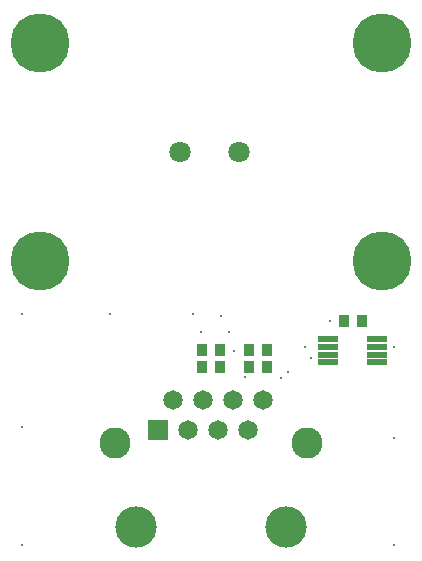
<source format=gts>
G04*
G04 #@! TF.GenerationSoftware,Altium Limited,Altium Designer,24.5.1 (21)*
G04*
G04 Layer_Color=8388736*
%FSLAX25Y25*%
%MOIN*%
G70*
G04*
G04 #@! TF.SameCoordinates,40B6127D-9DCA-48F2-A9B9-7EA9BB6FB6DE*
G04*
G04*
G04 #@! TF.FilePolarity,Negative*
G04*
G01*
G75*
%ADD19R,0.06535X0.02008*%
%ADD20R,0.03800X0.04200*%
%ADD21R,0.03200X0.04200*%
%ADD22C,0.13792*%
%ADD23C,0.10367*%
%ADD24R,0.06501X0.06501*%
%ADD25C,0.06501*%
%ADD26C,0.19698*%
%ADD27C,0.07099*%
%ADD28C,0.01181*%
D19*
X107972Y74311D02*
D03*
Y71752D02*
D03*
Y69193D02*
D03*
Y66634D02*
D03*
X124311Y74311D02*
D03*
Y71752D02*
D03*
Y69193D02*
D03*
Y66634D02*
D03*
D20*
X113142Y80315D02*
D03*
X119142D02*
D03*
D21*
X81646Y64961D02*
D03*
X87646D02*
D03*
X81646Y70866D02*
D03*
X87646D02*
D03*
X65898Y64961D02*
D03*
X71898D02*
D03*
X65898Y70866D02*
D03*
X71898D02*
D03*
D22*
X43898Y11811D02*
D03*
X93898D02*
D03*
D23*
X36890Y39803D02*
D03*
X100906D02*
D03*
D24*
X51398Y44291D02*
D03*
D25*
X56398Y54291D02*
D03*
X61398Y44291D02*
D03*
X66398Y54291D02*
D03*
X71398Y44291D02*
D03*
X76398Y54291D02*
D03*
X81398Y44291D02*
D03*
X86398Y54291D02*
D03*
D26*
X11811Y173228D02*
D03*
X125984D02*
D03*
X11811Y100394D02*
D03*
X125984D02*
D03*
D27*
X58661Y136811D02*
D03*
X78347D02*
D03*
D28*
X129921Y41339D02*
D03*
X5906Y45276D02*
D03*
X129921Y5906D02*
D03*
X5906D02*
D03*
Y82677D02*
D03*
X35433D02*
D03*
X62992D02*
D03*
X108661Y80315D02*
D03*
X129921Y71653D02*
D03*
X102362Y68110D02*
D03*
X74803Y76772D02*
D03*
X92126Y61417D02*
D03*
X94488Y63583D02*
D03*
X100394Y71653D02*
D03*
X72441Y82284D02*
D03*
X80315Y61811D02*
D03*
X76772Y70472D02*
D03*
X65748Y76772D02*
D03*
M02*

</source>
